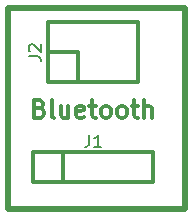
<source format=gbr>
G04 #@! TF.FileFunction,Legend,Top*
%FSLAX46Y46*%
G04 Gerber Fmt 4.6, Leading zero omitted, Abs format (unit mm)*
G04 Created by KiCad (PCBNEW 4.0.6-e0-6349~52~ubuntu16.10.1) date Sun Mar 26 20:03:33 2017*
%MOMM*%
%LPD*%
G01*
G04 APERTURE LIST*
%ADD10C,0.100000*%
%ADD11C,0.300000*%
%ADD12C,0.500000*%
%ADD13C,0.304800*%
%ADD14C,0.203200*%
G04 APERTURE END LIST*
D10*
D11*
X113850000Y-63842857D02*
X114064286Y-63914286D01*
X114135714Y-63985714D01*
X114207143Y-64128571D01*
X114207143Y-64342857D01*
X114135714Y-64485714D01*
X114064286Y-64557143D01*
X113921428Y-64628571D01*
X113350000Y-64628571D01*
X113350000Y-63128571D01*
X113850000Y-63128571D01*
X113992857Y-63200000D01*
X114064286Y-63271429D01*
X114135714Y-63414286D01*
X114135714Y-63557143D01*
X114064286Y-63700000D01*
X113992857Y-63771429D01*
X113850000Y-63842857D01*
X113350000Y-63842857D01*
X115064286Y-64628571D02*
X114921428Y-64557143D01*
X114850000Y-64414286D01*
X114850000Y-63128571D01*
X116278571Y-63628571D02*
X116278571Y-64628571D01*
X115635714Y-63628571D02*
X115635714Y-64414286D01*
X115707142Y-64557143D01*
X115850000Y-64628571D01*
X116064285Y-64628571D01*
X116207142Y-64557143D01*
X116278571Y-64485714D01*
X117564285Y-64557143D02*
X117421428Y-64628571D01*
X117135714Y-64628571D01*
X116992857Y-64557143D01*
X116921428Y-64414286D01*
X116921428Y-63842857D01*
X116992857Y-63700000D01*
X117135714Y-63628571D01*
X117421428Y-63628571D01*
X117564285Y-63700000D01*
X117635714Y-63842857D01*
X117635714Y-63985714D01*
X116921428Y-64128571D01*
X118064285Y-63628571D02*
X118635714Y-63628571D01*
X118278571Y-63128571D02*
X118278571Y-64414286D01*
X118349999Y-64557143D01*
X118492857Y-64628571D01*
X118635714Y-64628571D01*
X119350000Y-64628571D02*
X119207142Y-64557143D01*
X119135714Y-64485714D01*
X119064285Y-64342857D01*
X119064285Y-63914286D01*
X119135714Y-63771429D01*
X119207142Y-63700000D01*
X119350000Y-63628571D01*
X119564285Y-63628571D01*
X119707142Y-63700000D01*
X119778571Y-63771429D01*
X119850000Y-63914286D01*
X119850000Y-64342857D01*
X119778571Y-64485714D01*
X119707142Y-64557143D01*
X119564285Y-64628571D01*
X119350000Y-64628571D01*
X120707143Y-64628571D02*
X120564285Y-64557143D01*
X120492857Y-64485714D01*
X120421428Y-64342857D01*
X120421428Y-63914286D01*
X120492857Y-63771429D01*
X120564285Y-63700000D01*
X120707143Y-63628571D01*
X120921428Y-63628571D01*
X121064285Y-63700000D01*
X121135714Y-63771429D01*
X121207143Y-63914286D01*
X121207143Y-64342857D01*
X121135714Y-64485714D01*
X121064285Y-64557143D01*
X120921428Y-64628571D01*
X120707143Y-64628571D01*
X121635714Y-63628571D02*
X122207143Y-63628571D01*
X121850000Y-63128571D02*
X121850000Y-64414286D01*
X121921428Y-64557143D01*
X122064286Y-64628571D01*
X122207143Y-64628571D01*
X122707143Y-64628571D02*
X122707143Y-63128571D01*
X123350000Y-64628571D02*
X123350000Y-63842857D01*
X123278571Y-63700000D01*
X123135714Y-63628571D01*
X122921429Y-63628571D01*
X122778571Y-63700000D01*
X122707143Y-63771429D01*
D12*
X111125000Y-55350000D02*
X111125000Y-72350000D01*
X126125000Y-55350000D02*
X111125000Y-55350000D01*
X126125000Y-72350000D02*
X126125000Y-55350000D01*
X111125000Y-72350000D02*
X126125000Y-72350000D01*
D13*
X115835000Y-67530000D02*
X115835000Y-70070000D01*
X123455000Y-70070000D02*
X113295000Y-70070000D01*
X113295000Y-67530000D02*
X123455000Y-67530000D01*
X113295000Y-70070000D02*
X113295000Y-67530000D01*
X123455000Y-67530000D02*
X123455000Y-70070000D01*
X114590000Y-56560000D02*
X122210000Y-56560000D01*
X122210000Y-56560000D02*
X122210000Y-61640000D01*
X122210000Y-61640000D02*
X114590000Y-61640000D01*
X114590000Y-59100000D02*
X117130000Y-59100000D01*
X117130000Y-59100000D02*
X117130000Y-61640000D01*
X114590000Y-56560000D02*
X114590000Y-61640000D01*
D14*
X118036333Y-66084619D02*
X118036333Y-66810333D01*
X117987953Y-66955476D01*
X117891191Y-67052238D01*
X117746048Y-67100619D01*
X117649286Y-67100619D01*
X119052333Y-67100619D02*
X118471762Y-67100619D01*
X118762048Y-67100619D02*
X118762048Y-66084619D01*
X118665286Y-66229762D01*
X118568524Y-66326524D01*
X118471762Y-66374905D01*
X112918619Y-59438667D02*
X113644333Y-59438667D01*
X113789476Y-59487047D01*
X113886238Y-59583809D01*
X113934619Y-59728952D01*
X113934619Y-59825714D01*
X113015381Y-59003238D02*
X112967000Y-58954857D01*
X112918619Y-58858095D01*
X112918619Y-58616191D01*
X112967000Y-58519429D01*
X113015381Y-58471048D01*
X113112143Y-58422667D01*
X113208905Y-58422667D01*
X113354048Y-58471048D01*
X113934619Y-59051619D01*
X113934619Y-58422667D01*
M02*

</source>
